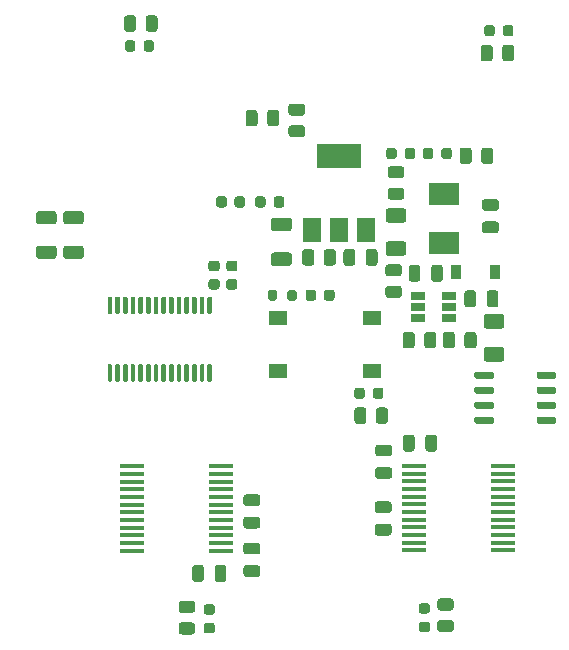
<source format=gbr>
%TF.GenerationSoftware,KiCad,Pcbnew,5.1.10*%
%TF.CreationDate,2021-08-20T07:55:10+02:00*%
%TF.ProjectId,nsumo,6e73756d-6f2e-46b6-9963-61645f706362,rev?*%
%TF.SameCoordinates,Original*%
%TF.FileFunction,Paste,Top*%
%TF.FilePolarity,Positive*%
%FSLAX46Y46*%
G04 Gerber Fmt 4.6, Leading zero omitted, Abs format (unit mm)*
G04 Created by KiCad (PCBNEW 5.1.10) date 2021-08-20 07:55:10*
%MOMM*%
%LPD*%
G01*
G04 APERTURE LIST*
%ADD10R,2.050000X0.450000*%
%ADD11R,1.500000X2.000000*%
%ADD12R,3.800000X2.000000*%
%ADD13R,1.550000X1.300000*%
%ADD14R,1.220000X0.650000*%
%ADD15R,2.500000X1.900000*%
%ADD16R,0.900000X1.200000*%
G04 APERTURE END LIST*
%TO.C,C15*%
G36*
G01*
X67125000Y-106750000D02*
X68075000Y-106750000D01*
G75*
G02*
X68325000Y-107000000I0J-250000D01*
G01*
X68325000Y-107500000D01*
G75*
G02*
X68075000Y-107750000I-250000J0D01*
G01*
X67125000Y-107750000D01*
G75*
G02*
X66875000Y-107500000I0J250000D01*
G01*
X66875000Y-107000000D01*
G75*
G02*
X67125000Y-106750000I250000J0D01*
G01*
G37*
G36*
G01*
X67125000Y-104850000D02*
X68075000Y-104850000D01*
G75*
G02*
X68325000Y-105100000I0J-250000D01*
G01*
X68325000Y-105600000D01*
G75*
G02*
X68075000Y-105850000I-250000J0D01*
G01*
X67125000Y-105850000D01*
G75*
G02*
X66875000Y-105600000I0J250000D01*
G01*
X66875000Y-105100000D01*
G75*
G02*
X67125000Y-104850000I250000J0D01*
G01*
G37*
%TD*%
%TO.C,R16*%
G36*
G01*
X63349998Y-138675000D02*
X64250002Y-138675000D01*
G75*
G02*
X64500000Y-138924998I0J-249998D01*
G01*
X64500000Y-139450002D01*
G75*
G02*
X64250002Y-139700000I-249998J0D01*
G01*
X63349998Y-139700000D01*
G75*
G02*
X63100000Y-139450002I0J249998D01*
G01*
X63100000Y-138924998D01*
G75*
G02*
X63349998Y-138675000I249998J0D01*
G01*
G37*
G36*
G01*
X63349998Y-140500000D02*
X64250002Y-140500000D01*
G75*
G02*
X64500000Y-140749998I0J-249998D01*
G01*
X64500000Y-141275002D01*
G75*
G02*
X64250002Y-141525000I-249998J0D01*
G01*
X63349998Y-141525000D01*
G75*
G02*
X63100000Y-141275002I0J249998D01*
G01*
X63100000Y-140749998D01*
G75*
G02*
X63349998Y-140500000I249998J0D01*
G01*
G37*
%TD*%
%TO.C,R14*%
G36*
G01*
X69612500Y-92049998D02*
X69612500Y-92950002D01*
G75*
G02*
X69362502Y-93200000I-249998J0D01*
G01*
X68837498Y-93200000D01*
G75*
G02*
X68587500Y-92950002I0J249998D01*
G01*
X68587500Y-92049998D01*
G75*
G02*
X68837498Y-91800000I249998J0D01*
G01*
X69362502Y-91800000D01*
G75*
G02*
X69612500Y-92049998I0J-249998D01*
G01*
G37*
G36*
G01*
X67787500Y-92049998D02*
X67787500Y-92950002D01*
G75*
G02*
X67537502Y-93200000I-249998J0D01*
G01*
X67012498Y-93200000D01*
G75*
G02*
X66762500Y-92950002I0J249998D01*
G01*
X66762500Y-92049998D01*
G75*
G02*
X67012498Y-91800000I249998J0D01*
G01*
X67537502Y-91800000D01*
G75*
G02*
X67787500Y-92049998I0J-249998D01*
G01*
G37*
%TD*%
%TO.C,R13*%
G36*
G01*
X41449998Y-138875000D02*
X42350002Y-138875000D01*
G75*
G02*
X42600000Y-139124998I0J-249998D01*
G01*
X42600000Y-139650002D01*
G75*
G02*
X42350002Y-139900000I-249998J0D01*
G01*
X41449998Y-139900000D01*
G75*
G02*
X41200000Y-139650002I0J249998D01*
G01*
X41200000Y-139124998D01*
G75*
G02*
X41449998Y-138875000I249998J0D01*
G01*
G37*
G36*
G01*
X41449998Y-140700000D02*
X42350002Y-140700000D01*
G75*
G02*
X42600000Y-140949998I0J-249998D01*
G01*
X42600000Y-141475002D01*
G75*
G02*
X42350002Y-141725000I-249998J0D01*
G01*
X41449998Y-141725000D01*
G75*
G02*
X41200000Y-141475002I0J249998D01*
G01*
X41200000Y-140949998D01*
G75*
G02*
X41449998Y-140700000I249998J0D01*
G01*
G37*
%TD*%
%TO.C,R11*%
G36*
G01*
X36575000Y-90450002D02*
X36575000Y-89549998D01*
G75*
G02*
X36824998Y-89300000I249998J0D01*
G01*
X37350002Y-89300000D01*
G75*
G02*
X37600000Y-89549998I0J-249998D01*
G01*
X37600000Y-90450002D01*
G75*
G02*
X37350002Y-90700000I-249998J0D01*
G01*
X36824998Y-90700000D01*
G75*
G02*
X36575000Y-90450002I0J249998D01*
G01*
G37*
G36*
G01*
X38400000Y-90450002D02*
X38400000Y-89549998D01*
G75*
G02*
X38649998Y-89300000I249998J0D01*
G01*
X39175002Y-89300000D01*
G75*
G02*
X39425000Y-89549998I0J-249998D01*
G01*
X39425000Y-90450002D01*
G75*
G02*
X39175002Y-90700000I-249998J0D01*
G01*
X38649998Y-90700000D01*
G75*
G02*
X38400000Y-90450002I0J249998D01*
G01*
G37*
%TD*%
%TO.C,D9*%
G36*
G01*
X61743750Y-140650000D02*
X62256250Y-140650000D01*
G75*
G02*
X62475000Y-140868750I0J-218750D01*
G01*
X62475000Y-141306250D01*
G75*
G02*
X62256250Y-141525000I-218750J0D01*
G01*
X61743750Y-141525000D01*
G75*
G02*
X61525000Y-141306250I0J218750D01*
G01*
X61525000Y-140868750D01*
G75*
G02*
X61743750Y-140650000I218750J0D01*
G01*
G37*
G36*
G01*
X61743750Y-139075000D02*
X62256250Y-139075000D01*
G75*
G02*
X62475000Y-139293750I0J-218750D01*
G01*
X62475000Y-139731250D01*
G75*
G02*
X62256250Y-139950000I-218750J0D01*
G01*
X61743750Y-139950000D01*
G75*
G02*
X61525000Y-139731250I0J218750D01*
G01*
X61525000Y-139293750D01*
G75*
G02*
X61743750Y-139075000I218750J0D01*
G01*
G37*
%TD*%
%TO.C,D8*%
G36*
G01*
X67962500Y-90343750D02*
X67962500Y-90856250D01*
G75*
G02*
X67743750Y-91075000I-218750J0D01*
G01*
X67306250Y-91075000D01*
G75*
G02*
X67087500Y-90856250I0J218750D01*
G01*
X67087500Y-90343750D01*
G75*
G02*
X67306250Y-90125000I218750J0D01*
G01*
X67743750Y-90125000D01*
G75*
G02*
X67962500Y-90343750I0J-218750D01*
G01*
G37*
G36*
G01*
X69537500Y-90343750D02*
X69537500Y-90856250D01*
G75*
G02*
X69318750Y-91075000I-218750J0D01*
G01*
X68881250Y-91075000D01*
G75*
G02*
X68662500Y-90856250I0J218750D01*
G01*
X68662500Y-90343750D01*
G75*
G02*
X68881250Y-90125000I218750J0D01*
G01*
X69318750Y-90125000D01*
G75*
G02*
X69537500Y-90343750I0J-218750D01*
G01*
G37*
%TD*%
%TO.C,D7*%
G36*
G01*
X43543750Y-140750000D02*
X44056250Y-140750000D01*
G75*
G02*
X44275000Y-140968750I0J-218750D01*
G01*
X44275000Y-141406250D01*
G75*
G02*
X44056250Y-141625000I-218750J0D01*
G01*
X43543750Y-141625000D01*
G75*
G02*
X43325000Y-141406250I0J218750D01*
G01*
X43325000Y-140968750D01*
G75*
G02*
X43543750Y-140750000I218750J0D01*
G01*
G37*
G36*
G01*
X43543750Y-139175000D02*
X44056250Y-139175000D01*
G75*
G02*
X44275000Y-139393750I0J-218750D01*
G01*
X44275000Y-139831250D01*
G75*
G02*
X44056250Y-140050000I-218750J0D01*
G01*
X43543750Y-140050000D01*
G75*
G02*
X43325000Y-139831250I0J218750D01*
G01*
X43325000Y-139393750D01*
G75*
G02*
X43543750Y-139175000I218750J0D01*
G01*
G37*
%TD*%
%TO.C,D1*%
G36*
G01*
X38237500Y-92156250D02*
X38237500Y-91643750D01*
G75*
G02*
X38456250Y-91425000I218750J0D01*
G01*
X38893750Y-91425000D01*
G75*
G02*
X39112500Y-91643750I0J-218750D01*
G01*
X39112500Y-92156250D01*
G75*
G02*
X38893750Y-92375000I-218750J0D01*
G01*
X38456250Y-92375000D01*
G75*
G02*
X38237500Y-92156250I0J218750D01*
G01*
G37*
G36*
G01*
X36662500Y-92156250D02*
X36662500Y-91643750D01*
G75*
G02*
X36881250Y-91425000I218750J0D01*
G01*
X37318750Y-91425000D01*
G75*
G02*
X37537500Y-91643750I0J-218750D01*
G01*
X37537500Y-92156250D01*
G75*
G02*
X37318750Y-92375000I-218750J0D01*
G01*
X36881250Y-92375000D01*
G75*
G02*
X36662500Y-92156250I0J218750D01*
G01*
G37*
%TD*%
%TO.C,U7*%
G36*
G01*
X71500000Y-119925000D02*
X71500000Y-119625000D01*
G75*
G02*
X71650000Y-119475000I150000J0D01*
G01*
X73000000Y-119475000D01*
G75*
G02*
X73150000Y-119625000I0J-150000D01*
G01*
X73150000Y-119925000D01*
G75*
G02*
X73000000Y-120075000I-150000J0D01*
G01*
X71650000Y-120075000D01*
G75*
G02*
X71500000Y-119925000I0J150000D01*
G01*
G37*
G36*
G01*
X71500000Y-121195000D02*
X71500000Y-120895000D01*
G75*
G02*
X71650000Y-120745000I150000J0D01*
G01*
X73000000Y-120745000D01*
G75*
G02*
X73150000Y-120895000I0J-150000D01*
G01*
X73150000Y-121195000D01*
G75*
G02*
X73000000Y-121345000I-150000J0D01*
G01*
X71650000Y-121345000D01*
G75*
G02*
X71500000Y-121195000I0J150000D01*
G01*
G37*
G36*
G01*
X71500000Y-122465000D02*
X71500000Y-122165000D01*
G75*
G02*
X71650000Y-122015000I150000J0D01*
G01*
X73000000Y-122015000D01*
G75*
G02*
X73150000Y-122165000I0J-150000D01*
G01*
X73150000Y-122465000D01*
G75*
G02*
X73000000Y-122615000I-150000J0D01*
G01*
X71650000Y-122615000D01*
G75*
G02*
X71500000Y-122465000I0J150000D01*
G01*
G37*
G36*
G01*
X71500000Y-123735000D02*
X71500000Y-123435000D01*
G75*
G02*
X71650000Y-123285000I150000J0D01*
G01*
X73000000Y-123285000D01*
G75*
G02*
X73150000Y-123435000I0J-150000D01*
G01*
X73150000Y-123735000D01*
G75*
G02*
X73000000Y-123885000I-150000J0D01*
G01*
X71650000Y-123885000D01*
G75*
G02*
X71500000Y-123735000I0J150000D01*
G01*
G37*
G36*
G01*
X66250000Y-123735000D02*
X66250000Y-123435000D01*
G75*
G02*
X66400000Y-123285000I150000J0D01*
G01*
X67750000Y-123285000D01*
G75*
G02*
X67900000Y-123435000I0J-150000D01*
G01*
X67900000Y-123735000D01*
G75*
G02*
X67750000Y-123885000I-150000J0D01*
G01*
X66400000Y-123885000D01*
G75*
G02*
X66250000Y-123735000I0J150000D01*
G01*
G37*
G36*
G01*
X66250000Y-122465000D02*
X66250000Y-122165000D01*
G75*
G02*
X66400000Y-122015000I150000J0D01*
G01*
X67750000Y-122015000D01*
G75*
G02*
X67900000Y-122165000I0J-150000D01*
G01*
X67900000Y-122465000D01*
G75*
G02*
X67750000Y-122615000I-150000J0D01*
G01*
X66400000Y-122615000D01*
G75*
G02*
X66250000Y-122465000I0J150000D01*
G01*
G37*
G36*
G01*
X66250000Y-121195000D02*
X66250000Y-120895000D01*
G75*
G02*
X66400000Y-120745000I150000J0D01*
G01*
X67750000Y-120745000D01*
G75*
G02*
X67900000Y-120895000I0J-150000D01*
G01*
X67900000Y-121195000D01*
G75*
G02*
X67750000Y-121345000I-150000J0D01*
G01*
X66400000Y-121345000D01*
G75*
G02*
X66250000Y-121195000I0J150000D01*
G01*
G37*
G36*
G01*
X66250000Y-119925000D02*
X66250000Y-119625000D01*
G75*
G02*
X66400000Y-119475000I150000J0D01*
G01*
X67750000Y-119475000D01*
G75*
G02*
X67900000Y-119625000I0J-150000D01*
G01*
X67900000Y-119925000D01*
G75*
G02*
X67750000Y-120075000I-150000J0D01*
G01*
X66400000Y-120075000D01*
G75*
G02*
X66250000Y-119925000I0J150000D01*
G01*
G37*
%TD*%
D10*
%TO.C,U6*%
X44750000Y-127476000D03*
X44750000Y-128126000D03*
X44750000Y-128776000D03*
X44750000Y-129426000D03*
X44750000Y-130076000D03*
X44750000Y-130726000D03*
X44750000Y-131376000D03*
X44750000Y-132026000D03*
X44750000Y-132676000D03*
X44750000Y-133326000D03*
X44750000Y-133976000D03*
X44750000Y-134626000D03*
X37250000Y-134626000D03*
X37250000Y-133976000D03*
X37250000Y-133326000D03*
X37250000Y-132676000D03*
X37250000Y-132026000D03*
X37250000Y-131376000D03*
X37250000Y-130726000D03*
X37250000Y-130076000D03*
X37250000Y-129426000D03*
X37250000Y-128776000D03*
X37250000Y-128126000D03*
X37250000Y-127476000D03*
%TD*%
%TO.C,U3*%
X61150000Y-134611000D03*
X61150000Y-133961000D03*
X61150000Y-133311000D03*
X61150000Y-132661000D03*
X61150000Y-132011000D03*
X61150000Y-131361000D03*
X61150000Y-130711000D03*
X61150000Y-130061000D03*
X61150000Y-129411000D03*
X61150000Y-128761000D03*
X61150000Y-128111000D03*
X61150000Y-127461000D03*
X68650000Y-127461000D03*
X68650000Y-128111000D03*
X68650000Y-128761000D03*
X68650000Y-129411000D03*
X68650000Y-130061000D03*
X68650000Y-130711000D03*
X68650000Y-131361000D03*
X68650000Y-132011000D03*
X68650000Y-132661000D03*
X68650000Y-133311000D03*
X68650000Y-133961000D03*
X68650000Y-134611000D03*
%TD*%
%TO.C,R4*%
G36*
G01*
X46862500Y-98450002D02*
X46862500Y-97549998D01*
G75*
G02*
X47112498Y-97300000I249998J0D01*
G01*
X47637502Y-97300000D01*
G75*
G02*
X47887500Y-97549998I0J-249998D01*
G01*
X47887500Y-98450002D01*
G75*
G02*
X47637502Y-98700000I-249998J0D01*
G01*
X47112498Y-98700000D01*
G75*
G02*
X46862500Y-98450002I0J249998D01*
G01*
G37*
G36*
G01*
X48687500Y-98450002D02*
X48687500Y-97549998D01*
G75*
G02*
X48937498Y-97300000I249998J0D01*
G01*
X49462502Y-97300000D01*
G75*
G02*
X49712500Y-97549998I0J-249998D01*
G01*
X49712500Y-98450002D01*
G75*
G02*
X49462502Y-98700000I-249998J0D01*
G01*
X48937498Y-98700000D01*
G75*
G02*
X48687500Y-98450002I0J249998D01*
G01*
G37*
%TD*%
%TO.C,F2*%
G36*
G01*
X60225000Y-106875000D02*
X58975000Y-106875000D01*
G75*
G02*
X58725000Y-106625000I0J250000D01*
G01*
X58725000Y-105875000D01*
G75*
G02*
X58975000Y-105625000I250000J0D01*
G01*
X60225000Y-105625000D01*
G75*
G02*
X60475000Y-105875000I0J-250000D01*
G01*
X60475000Y-106625000D01*
G75*
G02*
X60225000Y-106875000I-250000J0D01*
G01*
G37*
G36*
G01*
X60225000Y-109675000D02*
X58975000Y-109675000D01*
G75*
G02*
X58725000Y-109425000I0J250000D01*
G01*
X58725000Y-108675000D01*
G75*
G02*
X58975000Y-108425000I250000J0D01*
G01*
X60225000Y-108425000D01*
G75*
G02*
X60475000Y-108675000I0J-250000D01*
G01*
X60475000Y-109425000D01*
G75*
G02*
X60225000Y-109675000I-250000J0D01*
G01*
G37*
%TD*%
%TO.C,F1*%
G36*
G01*
X68525000Y-115825000D02*
X67275000Y-115825000D01*
G75*
G02*
X67025000Y-115575000I0J250000D01*
G01*
X67025000Y-114825000D01*
G75*
G02*
X67275000Y-114575000I250000J0D01*
G01*
X68525000Y-114575000D01*
G75*
G02*
X68775000Y-114825000I0J-250000D01*
G01*
X68775000Y-115575000D01*
G75*
G02*
X68525000Y-115825000I-250000J0D01*
G01*
G37*
G36*
G01*
X68525000Y-118625000D02*
X67275000Y-118625000D01*
G75*
G02*
X67025000Y-118375000I0J250000D01*
G01*
X67025000Y-117625000D01*
G75*
G02*
X67275000Y-117375000I250000J0D01*
G01*
X68525000Y-117375000D01*
G75*
G02*
X68775000Y-117625000I0J-250000D01*
G01*
X68775000Y-118375000D01*
G75*
G02*
X68525000Y-118625000I-250000J0D01*
G01*
G37*
%TD*%
%TO.C,C3*%
G36*
G01*
X50550001Y-107575000D02*
X49249999Y-107575000D01*
G75*
G02*
X49000000Y-107325001I0J249999D01*
G01*
X49000000Y-106674999D01*
G75*
G02*
X49249999Y-106425000I249999J0D01*
G01*
X50550001Y-106425000D01*
G75*
G02*
X50800000Y-106674999I0J-249999D01*
G01*
X50800000Y-107325001D01*
G75*
G02*
X50550001Y-107575000I-249999J0D01*
G01*
G37*
G36*
G01*
X50550001Y-110525000D02*
X49249999Y-110525000D01*
G75*
G02*
X49000000Y-110275001I0J249999D01*
G01*
X49000000Y-109624999D01*
G75*
G02*
X49249999Y-109375000I249999J0D01*
G01*
X50550001Y-109375000D01*
G75*
G02*
X50800000Y-109624999I0J-249999D01*
G01*
X50800000Y-110275001D01*
G75*
G02*
X50550001Y-110525000I-249999J0D01*
G01*
G37*
%TD*%
%TO.C,C14*%
G36*
G01*
X62090000Y-126005000D02*
X62090000Y-125055000D01*
G75*
G02*
X62340000Y-124805000I250000J0D01*
G01*
X62840000Y-124805000D01*
G75*
G02*
X63090000Y-125055000I0J-250000D01*
G01*
X63090000Y-126005000D01*
G75*
G02*
X62840000Y-126255000I-250000J0D01*
G01*
X62340000Y-126255000D01*
G75*
G02*
X62090000Y-126005000I0J250000D01*
G01*
G37*
G36*
G01*
X60190000Y-126005000D02*
X60190000Y-125055000D01*
G75*
G02*
X60440000Y-124805000I250000J0D01*
G01*
X60940000Y-124805000D01*
G75*
G02*
X61190000Y-125055000I0J-250000D01*
G01*
X61190000Y-126005000D01*
G75*
G02*
X60940000Y-126255000I-250000J0D01*
G01*
X60440000Y-126255000D01*
G75*
G02*
X60190000Y-126005000I0J250000D01*
G01*
G37*
%TD*%
%TO.C,C13*%
G36*
G01*
X47875000Y-134950000D02*
X46925000Y-134950000D01*
G75*
G02*
X46675000Y-134700000I0J250000D01*
G01*
X46675000Y-134200000D01*
G75*
G02*
X46925000Y-133950000I250000J0D01*
G01*
X47875000Y-133950000D01*
G75*
G02*
X48125000Y-134200000I0J-250000D01*
G01*
X48125000Y-134700000D01*
G75*
G02*
X47875000Y-134950000I-250000J0D01*
G01*
G37*
G36*
G01*
X47875000Y-136850000D02*
X46925000Y-136850000D01*
G75*
G02*
X46675000Y-136600000I0J250000D01*
G01*
X46675000Y-136100000D01*
G75*
G02*
X46925000Y-135850000I250000J0D01*
G01*
X47875000Y-135850000D01*
G75*
G02*
X48125000Y-136100000I0J-250000D01*
G01*
X48125000Y-136600000D01*
G75*
G02*
X47875000Y-136850000I-250000J0D01*
G01*
G37*
%TD*%
%TO.C,C12*%
G36*
G01*
X58085000Y-127550000D02*
X59035000Y-127550000D01*
G75*
G02*
X59285000Y-127800000I0J-250000D01*
G01*
X59285000Y-128300000D01*
G75*
G02*
X59035000Y-128550000I-250000J0D01*
G01*
X58085000Y-128550000D01*
G75*
G02*
X57835000Y-128300000I0J250000D01*
G01*
X57835000Y-127800000D01*
G75*
G02*
X58085000Y-127550000I250000J0D01*
G01*
G37*
G36*
G01*
X58085000Y-125650000D02*
X59035000Y-125650000D01*
G75*
G02*
X59285000Y-125900000I0J-250000D01*
G01*
X59285000Y-126400000D01*
G75*
G02*
X59035000Y-126650000I-250000J0D01*
G01*
X58085000Y-126650000D01*
G75*
G02*
X57835000Y-126400000I0J250000D01*
G01*
X57835000Y-125900000D01*
G75*
G02*
X58085000Y-125650000I250000J0D01*
G01*
G37*
%TD*%
%TO.C,C11*%
G36*
G01*
X43350000Y-136075000D02*
X43350000Y-137025000D01*
G75*
G02*
X43100000Y-137275000I-250000J0D01*
G01*
X42600000Y-137275000D01*
G75*
G02*
X42350000Y-137025000I0J250000D01*
G01*
X42350000Y-136075000D01*
G75*
G02*
X42600000Y-135825000I250000J0D01*
G01*
X43100000Y-135825000D01*
G75*
G02*
X43350000Y-136075000I0J-250000D01*
G01*
G37*
G36*
G01*
X45250000Y-136075000D02*
X45250000Y-137025000D01*
G75*
G02*
X45000000Y-137275000I-250000J0D01*
G01*
X44500000Y-137275000D01*
G75*
G02*
X44250000Y-137025000I0J250000D01*
G01*
X44250000Y-136075000D01*
G75*
G02*
X44500000Y-135825000I250000J0D01*
G01*
X45000000Y-135825000D01*
G75*
G02*
X45250000Y-136075000I0J-250000D01*
G01*
G37*
%TD*%
%TO.C,C10*%
G36*
G01*
X58995000Y-133350000D02*
X58045000Y-133350000D01*
G75*
G02*
X57795000Y-133100000I0J250000D01*
G01*
X57795000Y-132600000D01*
G75*
G02*
X58045000Y-132350000I250000J0D01*
G01*
X58995000Y-132350000D01*
G75*
G02*
X59245000Y-132600000I0J-250000D01*
G01*
X59245000Y-133100000D01*
G75*
G02*
X58995000Y-133350000I-250000J0D01*
G01*
G37*
G36*
G01*
X58995000Y-131450000D02*
X58045000Y-131450000D01*
G75*
G02*
X57795000Y-131200000I0J250000D01*
G01*
X57795000Y-130700000D01*
G75*
G02*
X58045000Y-130450000I250000J0D01*
G01*
X58995000Y-130450000D01*
G75*
G02*
X59245000Y-130700000I0J-250000D01*
G01*
X59245000Y-131200000D01*
G75*
G02*
X58995000Y-131450000I-250000J0D01*
G01*
G37*
%TD*%
%TO.C,C9*%
G36*
G01*
X46925000Y-131750000D02*
X47875000Y-131750000D01*
G75*
G02*
X48125000Y-132000000I0J-250000D01*
G01*
X48125000Y-132500000D01*
G75*
G02*
X47875000Y-132750000I-250000J0D01*
G01*
X46925000Y-132750000D01*
G75*
G02*
X46675000Y-132500000I0J250000D01*
G01*
X46675000Y-132000000D01*
G75*
G02*
X46925000Y-131750000I250000J0D01*
G01*
G37*
G36*
G01*
X46925000Y-129850000D02*
X47875000Y-129850000D01*
G75*
G02*
X48125000Y-130100000I0J-250000D01*
G01*
X48125000Y-130600000D01*
G75*
G02*
X47875000Y-130850000I-250000J0D01*
G01*
X46925000Y-130850000D01*
G75*
G02*
X46675000Y-130600000I0J250000D01*
G01*
X46675000Y-130100000D01*
G75*
G02*
X46925000Y-129850000I250000J0D01*
G01*
G37*
%TD*%
D11*
%TO.C,U5*%
X52500000Y-107495000D03*
X57100000Y-107495000D03*
X54800000Y-107495000D03*
D12*
X54800000Y-101195000D03*
%TD*%
%TO.C,R9*%
G36*
G01*
X30625002Y-107000000D02*
X29374998Y-107000000D01*
G75*
G02*
X29125000Y-106750002I0J249998D01*
G01*
X29125000Y-106124998D01*
G75*
G02*
X29374998Y-105875000I249998J0D01*
G01*
X30625002Y-105875000D01*
G75*
G02*
X30875000Y-106124998I0J-249998D01*
G01*
X30875000Y-106750002D01*
G75*
G02*
X30625002Y-107000000I-249998J0D01*
G01*
G37*
G36*
G01*
X30625002Y-109925000D02*
X29374998Y-109925000D01*
G75*
G02*
X29125000Y-109675002I0J249998D01*
G01*
X29125000Y-109049998D01*
G75*
G02*
X29374998Y-108800000I249998J0D01*
G01*
X30625002Y-108800000D01*
G75*
G02*
X30875000Y-109049998I0J-249998D01*
G01*
X30875000Y-109675002D01*
G75*
G02*
X30625002Y-109925000I-249998J0D01*
G01*
G37*
%TD*%
%TO.C,R8*%
G36*
G01*
X32925002Y-107000000D02*
X31674998Y-107000000D01*
G75*
G02*
X31425000Y-106750002I0J249998D01*
G01*
X31425000Y-106124998D01*
G75*
G02*
X31674998Y-105875000I249998J0D01*
G01*
X32925002Y-105875000D01*
G75*
G02*
X33175000Y-106124998I0J-249998D01*
G01*
X33175000Y-106750002D01*
G75*
G02*
X32925002Y-107000000I-249998J0D01*
G01*
G37*
G36*
G01*
X32925002Y-109925000D02*
X31674998Y-109925000D01*
G75*
G02*
X31425000Y-109675002I0J249998D01*
G01*
X31425000Y-109049998D01*
G75*
G02*
X31674998Y-108800000I249998J0D01*
G01*
X32925002Y-108800000D01*
G75*
G02*
X33175000Y-109049998I0J-249998D01*
G01*
X33175000Y-109675002D01*
G75*
G02*
X32925002Y-109925000I-249998J0D01*
G01*
G37*
%TD*%
%TO.C,R5*%
G36*
G01*
X57900000Y-123650002D02*
X57900000Y-122749998D01*
G75*
G02*
X58149998Y-122500000I249998J0D01*
G01*
X58675002Y-122500000D01*
G75*
G02*
X58925000Y-122749998I0J-249998D01*
G01*
X58925000Y-123650002D01*
G75*
G02*
X58675002Y-123900000I-249998J0D01*
G01*
X58149998Y-123900000D01*
G75*
G02*
X57900000Y-123650002I0J249998D01*
G01*
G37*
G36*
G01*
X56075000Y-123650002D02*
X56075000Y-122749998D01*
G75*
G02*
X56324998Y-122500000I249998J0D01*
G01*
X56850002Y-122500000D01*
G75*
G02*
X57100000Y-122749998I0J-249998D01*
G01*
X57100000Y-123650002D01*
G75*
G02*
X56850002Y-123900000I-249998J0D01*
G01*
X56324998Y-123900000D01*
G75*
G02*
X56075000Y-123650002I0J249998D01*
G01*
G37*
%TD*%
%TO.C,D5*%
G36*
G01*
X49262500Y-105356250D02*
X49262500Y-104843750D01*
G75*
G02*
X49481250Y-104625000I218750J0D01*
G01*
X49918750Y-104625000D01*
G75*
G02*
X50137500Y-104843750I0J-218750D01*
G01*
X50137500Y-105356250D01*
G75*
G02*
X49918750Y-105575000I-218750J0D01*
G01*
X49481250Y-105575000D01*
G75*
G02*
X49262500Y-105356250I0J218750D01*
G01*
G37*
G36*
G01*
X47687500Y-105356250D02*
X47687500Y-104843750D01*
G75*
G02*
X47906250Y-104625000I218750J0D01*
G01*
X48343750Y-104625000D01*
G75*
G02*
X48562500Y-104843750I0J-218750D01*
G01*
X48562500Y-105356250D01*
G75*
G02*
X48343750Y-105575000I-218750J0D01*
G01*
X47906250Y-105575000D01*
G75*
G02*
X47687500Y-105356250I0J218750D01*
G01*
G37*
%TD*%
D13*
%TO.C,SW1*%
X49650000Y-114950000D03*
X49650000Y-119450000D03*
X57600000Y-119450000D03*
X57600000Y-114950000D03*
%TD*%
D14*
%TO.C,U2*%
X64051000Y-113046000D03*
X64051000Y-113996000D03*
X64051000Y-114946000D03*
X61431000Y-114946000D03*
X61431000Y-113996000D03*
X61431000Y-113046000D03*
%TD*%
%TO.C,R15*%
G36*
G01*
X61987500Y-117250002D02*
X61987500Y-116349998D01*
G75*
G02*
X62237498Y-116100000I249998J0D01*
G01*
X62762502Y-116100000D01*
G75*
G02*
X63012500Y-116349998I0J-249998D01*
G01*
X63012500Y-117250002D01*
G75*
G02*
X62762502Y-117500000I-249998J0D01*
G01*
X62237498Y-117500000D01*
G75*
G02*
X61987500Y-117250002I0J249998D01*
G01*
G37*
G36*
G01*
X60162500Y-117250002D02*
X60162500Y-116349998D01*
G75*
G02*
X60412498Y-116100000I249998J0D01*
G01*
X60937502Y-116100000D01*
G75*
G02*
X61187500Y-116349998I0J-249998D01*
G01*
X61187500Y-117250002D01*
G75*
G02*
X60937502Y-117500000I-249998J0D01*
G01*
X60412498Y-117500000D01*
G75*
G02*
X60162500Y-117250002I0J249998D01*
G01*
G37*
%TD*%
%TO.C,R12*%
G36*
G01*
X58949998Y-112200000D02*
X59850002Y-112200000D01*
G75*
G02*
X60100000Y-112449998I0J-249998D01*
G01*
X60100000Y-112975002D01*
G75*
G02*
X59850002Y-113225000I-249998J0D01*
G01*
X58949998Y-113225000D01*
G75*
G02*
X58700000Y-112975002I0J249998D01*
G01*
X58700000Y-112449998D01*
G75*
G02*
X58949998Y-112200000I249998J0D01*
G01*
G37*
G36*
G01*
X58949998Y-110375000D02*
X59850002Y-110375000D01*
G75*
G02*
X60100000Y-110624998I0J-249998D01*
G01*
X60100000Y-111150002D01*
G75*
G02*
X59850002Y-111400000I-249998J0D01*
G01*
X58949998Y-111400000D01*
G75*
G02*
X58700000Y-111150002I0J249998D01*
G01*
X58700000Y-110624998D01*
G75*
G02*
X58949998Y-110375000I249998J0D01*
G01*
G37*
%TD*%
%TO.C,R3*%
G36*
G01*
X64600000Y-116349998D02*
X64600000Y-117250002D01*
G75*
G02*
X64350002Y-117500000I-249998J0D01*
G01*
X63824998Y-117500000D01*
G75*
G02*
X63575000Y-117250002I0J249998D01*
G01*
X63575000Y-116349998D01*
G75*
G02*
X63824998Y-116100000I249998J0D01*
G01*
X64350002Y-116100000D01*
G75*
G02*
X64600000Y-116349998I0J-249998D01*
G01*
G37*
G36*
G01*
X66425000Y-116349998D02*
X66425000Y-117250002D01*
G75*
G02*
X66175002Y-117500000I-249998J0D01*
G01*
X65649998Y-117500000D01*
G75*
G02*
X65400000Y-117250002I0J249998D01*
G01*
X65400000Y-116349998D01*
G75*
G02*
X65649998Y-116100000I249998J0D01*
G01*
X66175002Y-116100000D01*
G75*
G02*
X66425000Y-116349998I0J-249998D01*
G01*
G37*
%TD*%
D15*
%TO.C,L1*%
X63700000Y-104450000D03*
X63700000Y-108550000D03*
%TD*%
D16*
%TO.C,D4*%
X68000000Y-111000000D03*
X64700000Y-111000000D03*
%TD*%
%TO.C,C4*%
G36*
G01*
X62577000Y-111616000D02*
X62577000Y-110666000D01*
G75*
G02*
X62827000Y-110416000I250000J0D01*
G01*
X63327000Y-110416000D01*
G75*
G02*
X63577000Y-110666000I0J-250000D01*
G01*
X63577000Y-111616000D01*
G75*
G02*
X63327000Y-111866000I-250000J0D01*
G01*
X62827000Y-111866000D01*
G75*
G02*
X62577000Y-111616000I0J250000D01*
G01*
G37*
G36*
G01*
X60677000Y-111616000D02*
X60677000Y-110666000D01*
G75*
G02*
X60927000Y-110416000I250000J0D01*
G01*
X61427000Y-110416000D01*
G75*
G02*
X61677000Y-110666000I0J-250000D01*
G01*
X61677000Y-111616000D01*
G75*
G02*
X61427000Y-111866000I-250000J0D01*
G01*
X60927000Y-111866000D01*
G75*
G02*
X60677000Y-111616000I0J250000D01*
G01*
G37*
%TD*%
%TO.C,C1*%
G36*
G01*
X67281000Y-113775000D02*
X67281000Y-112825000D01*
G75*
G02*
X67531000Y-112575000I250000J0D01*
G01*
X68031000Y-112575000D01*
G75*
G02*
X68281000Y-112825000I0J-250000D01*
G01*
X68281000Y-113775000D01*
G75*
G02*
X68031000Y-114025000I-250000J0D01*
G01*
X67531000Y-114025000D01*
G75*
G02*
X67281000Y-113775000I0J250000D01*
G01*
G37*
G36*
G01*
X65381000Y-113775000D02*
X65381000Y-112825000D01*
G75*
G02*
X65631000Y-112575000I250000J0D01*
G01*
X66131000Y-112575000D01*
G75*
G02*
X66381000Y-112825000I0J-250000D01*
G01*
X66381000Y-113775000D01*
G75*
G02*
X66131000Y-114025000I-250000J0D01*
G01*
X65631000Y-114025000D01*
G75*
G02*
X65381000Y-113775000I0J250000D01*
G01*
G37*
%TD*%
%TO.C,R10*%
G36*
G01*
X50749998Y-96775000D02*
X51650002Y-96775000D01*
G75*
G02*
X51900000Y-97024998I0J-249998D01*
G01*
X51900000Y-97550002D01*
G75*
G02*
X51650002Y-97800000I-249998J0D01*
G01*
X50749998Y-97800000D01*
G75*
G02*
X50500000Y-97550002I0J249998D01*
G01*
X50500000Y-97024998D01*
G75*
G02*
X50749998Y-96775000I249998J0D01*
G01*
G37*
G36*
G01*
X50749998Y-98600000D02*
X51650002Y-98600000D01*
G75*
G02*
X51900000Y-98849998I0J-249998D01*
G01*
X51900000Y-99375002D01*
G75*
G02*
X51650002Y-99625000I-249998J0D01*
G01*
X50749998Y-99625000D01*
G75*
G02*
X50500000Y-99375002I0J249998D01*
G01*
X50500000Y-98849998D01*
G75*
G02*
X50749998Y-98600000I249998J0D01*
G01*
G37*
%TD*%
%TO.C,R7*%
G36*
G01*
X67837500Y-100749998D02*
X67837500Y-101650002D01*
G75*
G02*
X67587502Y-101900000I-249998J0D01*
G01*
X67062498Y-101900000D01*
G75*
G02*
X66812500Y-101650002I0J249998D01*
G01*
X66812500Y-100749998D01*
G75*
G02*
X67062498Y-100500000I249998J0D01*
G01*
X67587502Y-100500000D01*
G75*
G02*
X67837500Y-100749998I0J-249998D01*
G01*
G37*
G36*
G01*
X66012500Y-100749998D02*
X66012500Y-101650002D01*
G75*
G02*
X65762502Y-101900000I-249998J0D01*
G01*
X65237498Y-101900000D01*
G75*
G02*
X64987500Y-101650002I0J249998D01*
G01*
X64987500Y-100749998D01*
G75*
G02*
X65237498Y-100500000I249998J0D01*
G01*
X65762502Y-100500000D01*
G75*
G02*
X66012500Y-100749998I0J-249998D01*
G01*
G37*
%TD*%
%TO.C,R6*%
G36*
G01*
X60050002Y-103100000D02*
X59149998Y-103100000D01*
G75*
G02*
X58900000Y-102850002I0J249998D01*
G01*
X58900000Y-102324998D01*
G75*
G02*
X59149998Y-102075000I249998J0D01*
G01*
X60050002Y-102075000D01*
G75*
G02*
X60300000Y-102324998I0J-249998D01*
G01*
X60300000Y-102850002D01*
G75*
G02*
X60050002Y-103100000I-249998J0D01*
G01*
G37*
G36*
G01*
X60050002Y-104925000D02*
X59149998Y-104925000D01*
G75*
G02*
X58900000Y-104675002I0J249998D01*
G01*
X58900000Y-104149998D01*
G75*
G02*
X59149998Y-103900000I249998J0D01*
G01*
X60050002Y-103900000D01*
G75*
G02*
X60300000Y-104149998I0J-249998D01*
G01*
X60300000Y-104675002D01*
G75*
G02*
X60050002Y-104925000I-249998J0D01*
G01*
G37*
%TD*%
%TO.C,R2*%
G36*
G01*
X52687500Y-109349998D02*
X52687500Y-110250002D01*
G75*
G02*
X52437502Y-110500000I-249998J0D01*
G01*
X51912498Y-110500000D01*
G75*
G02*
X51662500Y-110250002I0J249998D01*
G01*
X51662500Y-109349998D01*
G75*
G02*
X51912498Y-109100000I249998J0D01*
G01*
X52437502Y-109100000D01*
G75*
G02*
X52687500Y-109349998I0J-249998D01*
G01*
G37*
G36*
G01*
X54512500Y-109349998D02*
X54512500Y-110250002D01*
G75*
G02*
X54262502Y-110500000I-249998J0D01*
G01*
X53737498Y-110500000D01*
G75*
G02*
X53487500Y-110250002I0J249998D01*
G01*
X53487500Y-109349998D01*
G75*
G02*
X53737498Y-109100000I249998J0D01*
G01*
X54262502Y-109100000D01*
G75*
G02*
X54512500Y-109349998I0J-249998D01*
G01*
G37*
%TD*%
%TO.C,R1*%
G36*
G01*
X49550000Y-112725000D02*
X49550000Y-113275000D01*
G75*
G02*
X49350000Y-113475000I-200000J0D01*
G01*
X48950000Y-113475000D01*
G75*
G02*
X48750000Y-113275000I0J200000D01*
G01*
X48750000Y-112725000D01*
G75*
G02*
X48950000Y-112525000I200000J0D01*
G01*
X49350000Y-112525000D01*
G75*
G02*
X49550000Y-112725000I0J-200000D01*
G01*
G37*
G36*
G01*
X51200000Y-112725000D02*
X51200000Y-113275000D01*
G75*
G02*
X51000000Y-113475000I-200000J0D01*
G01*
X50600000Y-113475000D01*
G75*
G02*
X50400000Y-113275000I0J200000D01*
G01*
X50400000Y-112725000D01*
G75*
G02*
X50600000Y-112525000I200000J0D01*
G01*
X51000000Y-112525000D01*
G75*
G02*
X51200000Y-112725000I0J-200000D01*
G01*
G37*
%TD*%
%TO.C,D2*%
G36*
G01*
X59650000Y-100743750D02*
X59650000Y-101256250D01*
G75*
G02*
X59431250Y-101475000I-218750J0D01*
G01*
X58993750Y-101475000D01*
G75*
G02*
X58775000Y-101256250I0J218750D01*
G01*
X58775000Y-100743750D01*
G75*
G02*
X58993750Y-100525000I218750J0D01*
G01*
X59431250Y-100525000D01*
G75*
G02*
X59650000Y-100743750I0J-218750D01*
G01*
G37*
G36*
G01*
X61225000Y-100743750D02*
X61225000Y-101256250D01*
G75*
G02*
X61006250Y-101475000I-218750J0D01*
G01*
X60568750Y-101475000D01*
G75*
G02*
X60350000Y-101256250I0J218750D01*
G01*
X60350000Y-100743750D01*
G75*
G02*
X60568750Y-100525000I218750J0D01*
G01*
X61006250Y-100525000D01*
G75*
G02*
X61225000Y-100743750I0J-218750D01*
G01*
G37*
%TD*%
%TO.C,C8*%
G36*
G01*
X44450000Y-110975000D02*
X43950000Y-110975000D01*
G75*
G02*
X43725000Y-110750000I0J225000D01*
G01*
X43725000Y-110300000D01*
G75*
G02*
X43950000Y-110075000I225000J0D01*
G01*
X44450000Y-110075000D01*
G75*
G02*
X44675000Y-110300000I0J-225000D01*
G01*
X44675000Y-110750000D01*
G75*
G02*
X44450000Y-110975000I-225000J0D01*
G01*
G37*
G36*
G01*
X44450000Y-112525000D02*
X43950000Y-112525000D01*
G75*
G02*
X43725000Y-112300000I0J225000D01*
G01*
X43725000Y-111850000D01*
G75*
G02*
X43950000Y-111625000I225000J0D01*
G01*
X44450000Y-111625000D01*
G75*
G02*
X44675000Y-111850000I0J-225000D01*
G01*
X44675000Y-112300000D01*
G75*
G02*
X44450000Y-112525000I-225000J0D01*
G01*
G37*
%TD*%
%TO.C,C7*%
G36*
G01*
X45925000Y-105350000D02*
X45925000Y-104850000D01*
G75*
G02*
X46150000Y-104625000I225000J0D01*
G01*
X46600000Y-104625000D01*
G75*
G02*
X46825000Y-104850000I0J-225000D01*
G01*
X46825000Y-105350000D01*
G75*
G02*
X46600000Y-105575000I-225000J0D01*
G01*
X46150000Y-105575000D01*
G75*
G02*
X45925000Y-105350000I0J225000D01*
G01*
G37*
G36*
G01*
X44375000Y-105350000D02*
X44375000Y-104850000D01*
G75*
G02*
X44600000Y-104625000I225000J0D01*
G01*
X45050000Y-104625000D01*
G75*
G02*
X45275000Y-104850000I0J-225000D01*
G01*
X45275000Y-105350000D01*
G75*
G02*
X45050000Y-105575000I-225000J0D01*
G01*
X44600000Y-105575000D01*
G75*
G02*
X44375000Y-105350000I0J225000D01*
G01*
G37*
%TD*%
%TO.C,C6*%
G36*
G01*
X45950000Y-110975000D02*
X45450000Y-110975000D01*
G75*
G02*
X45225000Y-110750000I0J225000D01*
G01*
X45225000Y-110300000D01*
G75*
G02*
X45450000Y-110075000I225000J0D01*
G01*
X45950000Y-110075000D01*
G75*
G02*
X46175000Y-110300000I0J-225000D01*
G01*
X46175000Y-110750000D01*
G75*
G02*
X45950000Y-110975000I-225000J0D01*
G01*
G37*
G36*
G01*
X45950000Y-112525000D02*
X45450000Y-112525000D01*
G75*
G02*
X45225000Y-112300000I0J225000D01*
G01*
X45225000Y-111850000D01*
G75*
G02*
X45450000Y-111625000I225000J0D01*
G01*
X45950000Y-111625000D01*
G75*
G02*
X46175000Y-111850000I0J-225000D01*
G01*
X46175000Y-112300000D01*
G75*
G02*
X45950000Y-112525000I-225000J0D01*
G01*
G37*
%TD*%
%TO.C,C5*%
G36*
G01*
X53500000Y-113250000D02*
X53500000Y-112750000D01*
G75*
G02*
X53725000Y-112525000I225000J0D01*
G01*
X54175000Y-112525000D01*
G75*
G02*
X54400000Y-112750000I0J-225000D01*
G01*
X54400000Y-113250000D01*
G75*
G02*
X54175000Y-113475000I-225000J0D01*
G01*
X53725000Y-113475000D01*
G75*
G02*
X53500000Y-113250000I0J225000D01*
G01*
G37*
G36*
G01*
X51950000Y-113250000D02*
X51950000Y-112750000D01*
G75*
G02*
X52175000Y-112525000I225000J0D01*
G01*
X52625000Y-112525000D01*
G75*
G02*
X52850000Y-112750000I0J-225000D01*
G01*
X52850000Y-113250000D01*
G75*
G02*
X52625000Y-113475000I-225000J0D01*
G01*
X52175000Y-113475000D01*
G75*
G02*
X51950000Y-113250000I0J225000D01*
G01*
G37*
%TD*%
%TO.C,C2*%
G36*
G01*
X56150000Y-109325000D02*
X56150000Y-110275000D01*
G75*
G02*
X55900000Y-110525000I-250000J0D01*
G01*
X55400000Y-110525000D01*
G75*
G02*
X55150000Y-110275000I0J250000D01*
G01*
X55150000Y-109325000D01*
G75*
G02*
X55400000Y-109075000I250000J0D01*
G01*
X55900000Y-109075000D01*
G75*
G02*
X56150000Y-109325000I0J-250000D01*
G01*
G37*
G36*
G01*
X58050000Y-109325000D02*
X58050000Y-110275000D01*
G75*
G02*
X57800000Y-110525000I-250000J0D01*
G01*
X57300000Y-110525000D01*
G75*
G02*
X57050000Y-110275000I0J250000D01*
G01*
X57050000Y-109325000D01*
G75*
G02*
X57300000Y-109075000I250000J0D01*
G01*
X57800000Y-109075000D01*
G75*
G02*
X58050000Y-109325000I0J-250000D01*
G01*
G37*
%TD*%
%TO.C,D3*%
G36*
G01*
X63450000Y-101256250D02*
X63450000Y-100743750D01*
G75*
G02*
X63668750Y-100525000I218750J0D01*
G01*
X64106250Y-100525000D01*
G75*
G02*
X64325000Y-100743750I0J-218750D01*
G01*
X64325000Y-101256250D01*
G75*
G02*
X64106250Y-101475000I-218750J0D01*
G01*
X63668750Y-101475000D01*
G75*
G02*
X63450000Y-101256250I0J218750D01*
G01*
G37*
G36*
G01*
X61875000Y-101256250D02*
X61875000Y-100743750D01*
G75*
G02*
X62093750Y-100525000I218750J0D01*
G01*
X62531250Y-100525000D01*
G75*
G02*
X62750000Y-100743750I0J-218750D01*
G01*
X62750000Y-101256250D01*
G75*
G02*
X62531250Y-101475000I-218750J0D01*
G01*
X62093750Y-101475000D01*
G75*
G02*
X61875000Y-101256250I0J218750D01*
G01*
G37*
%TD*%
%TO.C,D6*%
G36*
G01*
X57650000Y-121556250D02*
X57650000Y-121043750D01*
G75*
G02*
X57868750Y-120825000I218750J0D01*
G01*
X58306250Y-120825000D01*
G75*
G02*
X58525000Y-121043750I0J-218750D01*
G01*
X58525000Y-121556250D01*
G75*
G02*
X58306250Y-121775000I-218750J0D01*
G01*
X57868750Y-121775000D01*
G75*
G02*
X57650000Y-121556250I0J218750D01*
G01*
G37*
G36*
G01*
X56075000Y-121556250D02*
X56075000Y-121043750D01*
G75*
G02*
X56293750Y-120825000I218750J0D01*
G01*
X56731250Y-120825000D01*
G75*
G02*
X56950000Y-121043750I0J-218750D01*
G01*
X56950000Y-121556250D01*
G75*
G02*
X56731250Y-121775000I-218750J0D01*
G01*
X56293750Y-121775000D01*
G75*
G02*
X56075000Y-121556250I0J218750D01*
G01*
G37*
%TD*%
%TO.C,U4*%
G36*
G01*
X43733000Y-118838000D02*
X43933000Y-118838000D01*
G75*
G02*
X44033000Y-118938000I0J-100000D01*
G01*
X44033000Y-120213000D01*
G75*
G02*
X43933000Y-120313000I-100000J0D01*
G01*
X43733000Y-120313000D01*
G75*
G02*
X43633000Y-120213000I0J100000D01*
G01*
X43633000Y-118938000D01*
G75*
G02*
X43733000Y-118838000I100000J0D01*
G01*
G37*
G36*
G01*
X43083000Y-118838000D02*
X43283000Y-118838000D01*
G75*
G02*
X43383000Y-118938000I0J-100000D01*
G01*
X43383000Y-120213000D01*
G75*
G02*
X43283000Y-120313000I-100000J0D01*
G01*
X43083000Y-120313000D01*
G75*
G02*
X42983000Y-120213000I0J100000D01*
G01*
X42983000Y-118938000D01*
G75*
G02*
X43083000Y-118838000I100000J0D01*
G01*
G37*
G36*
G01*
X42433000Y-118838000D02*
X42633000Y-118838000D01*
G75*
G02*
X42733000Y-118938000I0J-100000D01*
G01*
X42733000Y-120213000D01*
G75*
G02*
X42633000Y-120313000I-100000J0D01*
G01*
X42433000Y-120313000D01*
G75*
G02*
X42333000Y-120213000I0J100000D01*
G01*
X42333000Y-118938000D01*
G75*
G02*
X42433000Y-118838000I100000J0D01*
G01*
G37*
G36*
G01*
X41783000Y-118838000D02*
X41983000Y-118838000D01*
G75*
G02*
X42083000Y-118938000I0J-100000D01*
G01*
X42083000Y-120213000D01*
G75*
G02*
X41983000Y-120313000I-100000J0D01*
G01*
X41783000Y-120313000D01*
G75*
G02*
X41683000Y-120213000I0J100000D01*
G01*
X41683000Y-118938000D01*
G75*
G02*
X41783000Y-118838000I100000J0D01*
G01*
G37*
G36*
G01*
X41133000Y-118838000D02*
X41333000Y-118838000D01*
G75*
G02*
X41433000Y-118938000I0J-100000D01*
G01*
X41433000Y-120213000D01*
G75*
G02*
X41333000Y-120313000I-100000J0D01*
G01*
X41133000Y-120313000D01*
G75*
G02*
X41033000Y-120213000I0J100000D01*
G01*
X41033000Y-118938000D01*
G75*
G02*
X41133000Y-118838000I100000J0D01*
G01*
G37*
G36*
G01*
X40483000Y-118838000D02*
X40683000Y-118838000D01*
G75*
G02*
X40783000Y-118938000I0J-100000D01*
G01*
X40783000Y-120213000D01*
G75*
G02*
X40683000Y-120313000I-100000J0D01*
G01*
X40483000Y-120313000D01*
G75*
G02*
X40383000Y-120213000I0J100000D01*
G01*
X40383000Y-118938000D01*
G75*
G02*
X40483000Y-118838000I100000J0D01*
G01*
G37*
G36*
G01*
X39833000Y-118838000D02*
X40033000Y-118838000D01*
G75*
G02*
X40133000Y-118938000I0J-100000D01*
G01*
X40133000Y-120213000D01*
G75*
G02*
X40033000Y-120313000I-100000J0D01*
G01*
X39833000Y-120313000D01*
G75*
G02*
X39733000Y-120213000I0J100000D01*
G01*
X39733000Y-118938000D01*
G75*
G02*
X39833000Y-118838000I100000J0D01*
G01*
G37*
G36*
G01*
X39183000Y-118838000D02*
X39383000Y-118838000D01*
G75*
G02*
X39483000Y-118938000I0J-100000D01*
G01*
X39483000Y-120213000D01*
G75*
G02*
X39383000Y-120313000I-100000J0D01*
G01*
X39183000Y-120313000D01*
G75*
G02*
X39083000Y-120213000I0J100000D01*
G01*
X39083000Y-118938000D01*
G75*
G02*
X39183000Y-118838000I100000J0D01*
G01*
G37*
G36*
G01*
X38533000Y-118838000D02*
X38733000Y-118838000D01*
G75*
G02*
X38833000Y-118938000I0J-100000D01*
G01*
X38833000Y-120213000D01*
G75*
G02*
X38733000Y-120313000I-100000J0D01*
G01*
X38533000Y-120313000D01*
G75*
G02*
X38433000Y-120213000I0J100000D01*
G01*
X38433000Y-118938000D01*
G75*
G02*
X38533000Y-118838000I100000J0D01*
G01*
G37*
G36*
G01*
X37883000Y-118838000D02*
X38083000Y-118838000D01*
G75*
G02*
X38183000Y-118938000I0J-100000D01*
G01*
X38183000Y-120213000D01*
G75*
G02*
X38083000Y-120313000I-100000J0D01*
G01*
X37883000Y-120313000D01*
G75*
G02*
X37783000Y-120213000I0J100000D01*
G01*
X37783000Y-118938000D01*
G75*
G02*
X37883000Y-118838000I100000J0D01*
G01*
G37*
G36*
G01*
X37233000Y-118838000D02*
X37433000Y-118838000D01*
G75*
G02*
X37533000Y-118938000I0J-100000D01*
G01*
X37533000Y-120213000D01*
G75*
G02*
X37433000Y-120313000I-100000J0D01*
G01*
X37233000Y-120313000D01*
G75*
G02*
X37133000Y-120213000I0J100000D01*
G01*
X37133000Y-118938000D01*
G75*
G02*
X37233000Y-118838000I100000J0D01*
G01*
G37*
G36*
G01*
X36583000Y-118838000D02*
X36783000Y-118838000D01*
G75*
G02*
X36883000Y-118938000I0J-100000D01*
G01*
X36883000Y-120213000D01*
G75*
G02*
X36783000Y-120313000I-100000J0D01*
G01*
X36583000Y-120313000D01*
G75*
G02*
X36483000Y-120213000I0J100000D01*
G01*
X36483000Y-118938000D01*
G75*
G02*
X36583000Y-118838000I100000J0D01*
G01*
G37*
G36*
G01*
X35933000Y-118838000D02*
X36133000Y-118838000D01*
G75*
G02*
X36233000Y-118938000I0J-100000D01*
G01*
X36233000Y-120213000D01*
G75*
G02*
X36133000Y-120313000I-100000J0D01*
G01*
X35933000Y-120313000D01*
G75*
G02*
X35833000Y-120213000I0J100000D01*
G01*
X35833000Y-118938000D01*
G75*
G02*
X35933000Y-118838000I100000J0D01*
G01*
G37*
G36*
G01*
X35283000Y-118838000D02*
X35483000Y-118838000D01*
G75*
G02*
X35583000Y-118938000I0J-100000D01*
G01*
X35583000Y-120213000D01*
G75*
G02*
X35483000Y-120313000I-100000J0D01*
G01*
X35283000Y-120313000D01*
G75*
G02*
X35183000Y-120213000I0J100000D01*
G01*
X35183000Y-118938000D01*
G75*
G02*
X35283000Y-118838000I100000J0D01*
G01*
G37*
G36*
G01*
X35283000Y-113113000D02*
X35483000Y-113113000D01*
G75*
G02*
X35583000Y-113213000I0J-100000D01*
G01*
X35583000Y-114488000D01*
G75*
G02*
X35483000Y-114588000I-100000J0D01*
G01*
X35283000Y-114588000D01*
G75*
G02*
X35183000Y-114488000I0J100000D01*
G01*
X35183000Y-113213000D01*
G75*
G02*
X35283000Y-113113000I100000J0D01*
G01*
G37*
G36*
G01*
X35933000Y-113113000D02*
X36133000Y-113113000D01*
G75*
G02*
X36233000Y-113213000I0J-100000D01*
G01*
X36233000Y-114488000D01*
G75*
G02*
X36133000Y-114588000I-100000J0D01*
G01*
X35933000Y-114588000D01*
G75*
G02*
X35833000Y-114488000I0J100000D01*
G01*
X35833000Y-113213000D01*
G75*
G02*
X35933000Y-113113000I100000J0D01*
G01*
G37*
G36*
G01*
X36583000Y-113113000D02*
X36783000Y-113113000D01*
G75*
G02*
X36883000Y-113213000I0J-100000D01*
G01*
X36883000Y-114488000D01*
G75*
G02*
X36783000Y-114588000I-100000J0D01*
G01*
X36583000Y-114588000D01*
G75*
G02*
X36483000Y-114488000I0J100000D01*
G01*
X36483000Y-113213000D01*
G75*
G02*
X36583000Y-113113000I100000J0D01*
G01*
G37*
G36*
G01*
X37233000Y-113113000D02*
X37433000Y-113113000D01*
G75*
G02*
X37533000Y-113213000I0J-100000D01*
G01*
X37533000Y-114488000D01*
G75*
G02*
X37433000Y-114588000I-100000J0D01*
G01*
X37233000Y-114588000D01*
G75*
G02*
X37133000Y-114488000I0J100000D01*
G01*
X37133000Y-113213000D01*
G75*
G02*
X37233000Y-113113000I100000J0D01*
G01*
G37*
G36*
G01*
X37883000Y-113113000D02*
X38083000Y-113113000D01*
G75*
G02*
X38183000Y-113213000I0J-100000D01*
G01*
X38183000Y-114488000D01*
G75*
G02*
X38083000Y-114588000I-100000J0D01*
G01*
X37883000Y-114588000D01*
G75*
G02*
X37783000Y-114488000I0J100000D01*
G01*
X37783000Y-113213000D01*
G75*
G02*
X37883000Y-113113000I100000J0D01*
G01*
G37*
G36*
G01*
X38533000Y-113113000D02*
X38733000Y-113113000D01*
G75*
G02*
X38833000Y-113213000I0J-100000D01*
G01*
X38833000Y-114488000D01*
G75*
G02*
X38733000Y-114588000I-100000J0D01*
G01*
X38533000Y-114588000D01*
G75*
G02*
X38433000Y-114488000I0J100000D01*
G01*
X38433000Y-113213000D01*
G75*
G02*
X38533000Y-113113000I100000J0D01*
G01*
G37*
G36*
G01*
X39183000Y-113113000D02*
X39383000Y-113113000D01*
G75*
G02*
X39483000Y-113213000I0J-100000D01*
G01*
X39483000Y-114488000D01*
G75*
G02*
X39383000Y-114588000I-100000J0D01*
G01*
X39183000Y-114588000D01*
G75*
G02*
X39083000Y-114488000I0J100000D01*
G01*
X39083000Y-113213000D01*
G75*
G02*
X39183000Y-113113000I100000J0D01*
G01*
G37*
G36*
G01*
X39833000Y-113113000D02*
X40033000Y-113113000D01*
G75*
G02*
X40133000Y-113213000I0J-100000D01*
G01*
X40133000Y-114488000D01*
G75*
G02*
X40033000Y-114588000I-100000J0D01*
G01*
X39833000Y-114588000D01*
G75*
G02*
X39733000Y-114488000I0J100000D01*
G01*
X39733000Y-113213000D01*
G75*
G02*
X39833000Y-113113000I100000J0D01*
G01*
G37*
G36*
G01*
X40483000Y-113113000D02*
X40683000Y-113113000D01*
G75*
G02*
X40783000Y-113213000I0J-100000D01*
G01*
X40783000Y-114488000D01*
G75*
G02*
X40683000Y-114588000I-100000J0D01*
G01*
X40483000Y-114588000D01*
G75*
G02*
X40383000Y-114488000I0J100000D01*
G01*
X40383000Y-113213000D01*
G75*
G02*
X40483000Y-113113000I100000J0D01*
G01*
G37*
G36*
G01*
X41133000Y-113113000D02*
X41333000Y-113113000D01*
G75*
G02*
X41433000Y-113213000I0J-100000D01*
G01*
X41433000Y-114488000D01*
G75*
G02*
X41333000Y-114588000I-100000J0D01*
G01*
X41133000Y-114588000D01*
G75*
G02*
X41033000Y-114488000I0J100000D01*
G01*
X41033000Y-113213000D01*
G75*
G02*
X41133000Y-113113000I100000J0D01*
G01*
G37*
G36*
G01*
X41783000Y-113113000D02*
X41983000Y-113113000D01*
G75*
G02*
X42083000Y-113213000I0J-100000D01*
G01*
X42083000Y-114488000D01*
G75*
G02*
X41983000Y-114588000I-100000J0D01*
G01*
X41783000Y-114588000D01*
G75*
G02*
X41683000Y-114488000I0J100000D01*
G01*
X41683000Y-113213000D01*
G75*
G02*
X41783000Y-113113000I100000J0D01*
G01*
G37*
G36*
G01*
X42433000Y-113113000D02*
X42633000Y-113113000D01*
G75*
G02*
X42733000Y-113213000I0J-100000D01*
G01*
X42733000Y-114488000D01*
G75*
G02*
X42633000Y-114588000I-100000J0D01*
G01*
X42433000Y-114588000D01*
G75*
G02*
X42333000Y-114488000I0J100000D01*
G01*
X42333000Y-113213000D01*
G75*
G02*
X42433000Y-113113000I100000J0D01*
G01*
G37*
G36*
G01*
X43083000Y-113113000D02*
X43283000Y-113113000D01*
G75*
G02*
X43383000Y-113213000I0J-100000D01*
G01*
X43383000Y-114488000D01*
G75*
G02*
X43283000Y-114588000I-100000J0D01*
G01*
X43083000Y-114588000D01*
G75*
G02*
X42983000Y-114488000I0J100000D01*
G01*
X42983000Y-113213000D01*
G75*
G02*
X43083000Y-113113000I100000J0D01*
G01*
G37*
G36*
G01*
X43733000Y-113113000D02*
X43933000Y-113113000D01*
G75*
G02*
X44033000Y-113213000I0J-100000D01*
G01*
X44033000Y-114488000D01*
G75*
G02*
X43933000Y-114588000I-100000J0D01*
G01*
X43733000Y-114588000D01*
G75*
G02*
X43633000Y-114488000I0J100000D01*
G01*
X43633000Y-113213000D01*
G75*
G02*
X43733000Y-113113000I100000J0D01*
G01*
G37*
%TD*%
M02*

</source>
